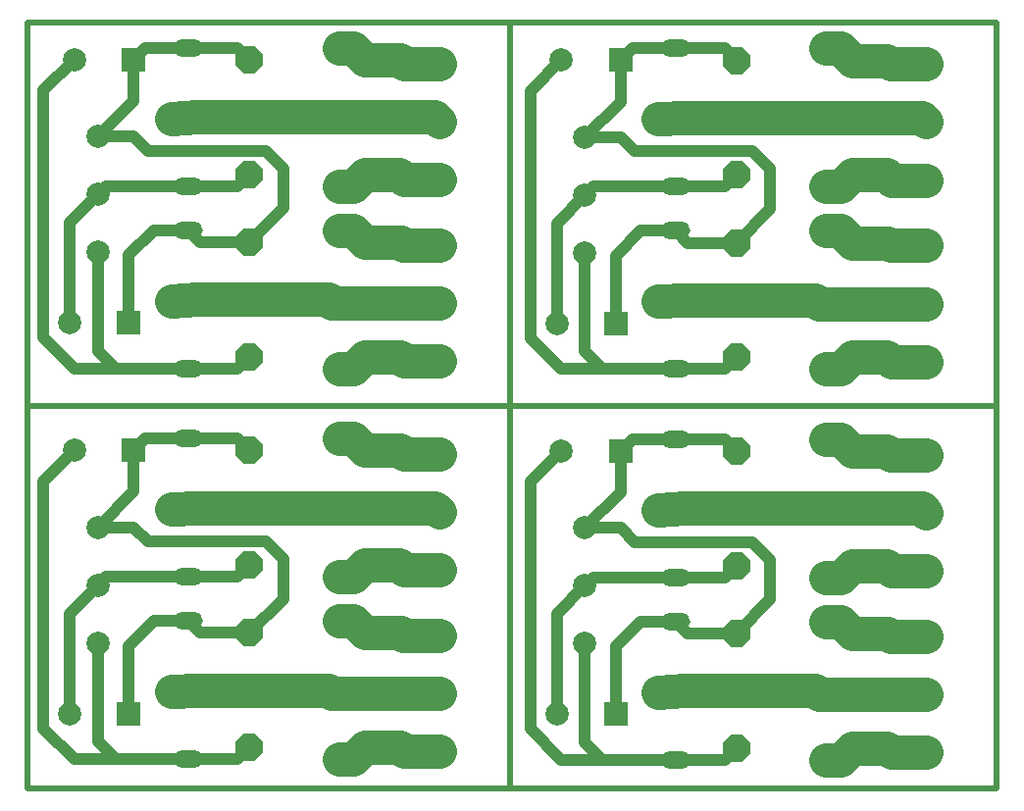
<source format=gbl>
G04 Layer_Physical_Order=2*
G04 Layer_Color=16711680*
%FSLAX43Y43*%
%MOMM*%
G71*
G01*
G75*
%ADD10C,0.500*%
%ADD11C,1.000*%
%ADD12C,3.000*%
%ADD13C,2.000*%
%ADD14O,2.500X1.524*%
%ADD15C,2.300*%
%ADD16P,2.490X8X292.5*%
%ADD17R,2.000X2.000*%
D10*
X0Y33020D02*
X41656D01*
X83693D01*
X41656Y0D02*
Y66167D01*
X0Y0D02*
Y66167D01*
Y0D02*
X83693D01*
Y66167D01*
X0D02*
X83693D01*
X25984Y42241D02*
X26282Y41943D01*
X32182Y37291D02*
X32530Y36943D01*
X32182Y62939D02*
X32510Y62611D01*
X74219Y62892D02*
X74547Y62564D01*
X74219Y37244D02*
X74567Y36896D01*
X68021Y42194D02*
X68319Y41896D01*
X68021Y8459D02*
X68319Y8161D01*
X74219Y3509D02*
X74567Y3161D01*
X74219Y29157D02*
X74547Y28829D01*
X32182Y29204D02*
X32510Y28876D01*
X32182Y3556D02*
X32530Y3208D01*
X25984Y8506D02*
X26282Y8208D01*
D11*
X10183Y63961D02*
X13922D01*
X6811Y52023D02*
X13922D01*
X20574Y55071D02*
X22098Y53547D01*
X10414Y55071D02*
X20574D01*
X9177Y56308D02*
X10414Y55071D01*
X14944Y47191D02*
X19177D01*
X13922Y48213D02*
X14944Y47191D01*
X4064Y36275D02*
X7620D01*
X1397Y38942D02*
X4064Y36275D01*
X1397Y38942D02*
Y60278D01*
X4064Y62945D01*
X10922Y48213D02*
X13922D01*
X8763Y46054D02*
X10922Y48213D01*
X8763Y40212D02*
Y46054D01*
X19177Y47191D02*
X22098Y50112D01*
Y53547D01*
X6096Y56308D02*
X9177D01*
X6096D02*
X9167Y59379D01*
Y62945D01*
X10183Y63961D01*
X13922D02*
X18155D01*
X19177Y62939D01*
X13922Y36275D02*
X18161D01*
X19177Y37291D01*
X3660Y40212D02*
Y48872D01*
X6096Y51308D01*
X6811Y52023D01*
X13922D02*
X18161D01*
X19177Y53039D01*
X6096Y37799D02*
Y46308D01*
Y37799D02*
X7620Y36275D01*
X13922D01*
X49657Y36228D02*
X55959D01*
X48133Y37752D02*
X49657Y36228D01*
X48133Y37752D02*
Y46261D01*
X60198Y51976D02*
X61214Y52992D01*
X55959Y51976D02*
X60198D01*
X48133Y51261D02*
X48848Y51976D01*
X45697Y48825D02*
X48133Y51261D01*
X45697Y40165D02*
Y48825D01*
X60198Y36228D02*
X61214Y37244D01*
X55959Y36228D02*
X60198D01*
X60192Y63914D02*
X61214Y62892D01*
X55959Y63914D02*
X60192D01*
X51204Y62898D02*
X52220Y63914D01*
X51204Y59332D02*
Y62898D01*
X48133Y56261D02*
X51204Y59332D01*
X48133Y56261D02*
X51214D01*
X64135Y50065D02*
Y53500D01*
X61214Y47144D02*
X64135Y50065D01*
X50800Y40165D02*
Y46007D01*
X52959Y48166D01*
X55959D01*
X43434Y60231D02*
X46101Y62898D01*
X43434Y38895D02*
Y60231D01*
Y38895D02*
X46101Y36228D01*
X49657D01*
X55959Y48166D02*
X56981Y47144D01*
X61214D01*
X51214Y56261D02*
X52451Y55024D01*
X62611D01*
X64135Y53500D01*
X48848Y51976D02*
X55959D01*
X52220Y63914D02*
X55959D01*
X52220Y30179D02*
X55959D01*
X48848Y18241D02*
X55959D01*
X62611Y21289D02*
X64135Y19765D01*
X52451Y21289D02*
X62611D01*
X51214Y22526D02*
X52451Y21289D01*
X56981Y13409D02*
X61214D01*
X55959Y14431D02*
X56981Y13409D01*
X46101Y2493D02*
X49657D01*
X43434Y5160D02*
X46101Y2493D01*
X43434Y5160D02*
Y26496D01*
X46101Y29163D01*
X52959Y14431D02*
X55959D01*
X50800Y12272D02*
X52959Y14431D01*
X50800Y6430D02*
Y12272D01*
X61214Y13409D02*
X64135Y16330D01*
Y19765D01*
X48133Y22526D02*
X51214D01*
X48133D02*
X51204Y25597D01*
Y29163D01*
X52220Y30179D01*
X55959D02*
X60192D01*
X61214Y29157D01*
X55959Y2493D02*
X60198D01*
X61214Y3509D01*
X45697Y6430D02*
Y15090D01*
X48133Y17526D01*
X48848Y18241D01*
X55959D02*
X60198D01*
X61214Y19257D01*
X48133Y4017D02*
Y12526D01*
Y4017D02*
X49657Y2493D01*
X55959D01*
X7620Y2540D02*
X13922D01*
X6096Y4064D02*
X7620Y2540D01*
X6096Y4064D02*
Y12573D01*
X18161Y18288D02*
X19177Y19304D01*
X13922Y18288D02*
X18161D01*
X6096Y17573D02*
X6811Y18288D01*
X3660Y15137D02*
X6096Y17573D01*
X3660Y6477D02*
Y15137D01*
X18161Y2540D02*
X19177Y3556D01*
X13922Y2540D02*
X18161D01*
X18155Y30226D02*
X19177Y29204D01*
X13922Y30226D02*
X18155D01*
X9167Y29210D02*
X10183Y30226D01*
X9167Y25644D02*
Y29210D01*
X6096Y22573D02*
X9167Y25644D01*
X6096Y22573D02*
X9177D01*
X22098Y16377D02*
Y19812D01*
X19177Y13456D02*
X22098Y16377D01*
X8763Y6477D02*
Y12319D01*
X10922Y14478D01*
X13922D01*
X1397Y26543D02*
X4064Y29210D01*
X1397Y5207D02*
Y26543D01*
Y5207D02*
X4064Y2540D01*
X7620D01*
X13922Y14478D02*
X14944Y13456D01*
X19177D01*
X9177Y22573D02*
X10414Y21336D01*
X20574D01*
X22098Y19812D01*
X6811Y18288D02*
X13922D01*
X10183Y30226D02*
X13922D01*
D12*
X14704Y57989D02*
X16727D01*
X35182D01*
X35560Y57611D01*
X14704Y42241D02*
X16727D01*
X12446Y42117D02*
X14704Y42241D01*
X26924Y48213D02*
X28155D01*
X29177Y47191D01*
X26924Y36275D02*
X28161D01*
X29177Y37291D01*
X12446Y57865D02*
X14704Y57989D01*
X26924Y63961D02*
X28155D01*
X29177Y62939D01*
X26924Y52023D02*
X28161D01*
X29177Y53039D01*
X26282Y41943D02*
X35560D01*
X16727Y42241D02*
X25984D01*
X32481Y46943D02*
X35560D01*
X32233Y47191D02*
X32481Y46943D01*
X29177Y47191D02*
X32233D01*
X32530Y36943D02*
X35560D01*
X29177Y37291D02*
X32182D01*
X32510Y62611D02*
X35560D01*
X29177Y62939D02*
X32182D01*
X32559Y52611D02*
X35560D01*
X32131Y53039D02*
X32559Y52611D01*
X29177Y53039D02*
X32131D01*
X71214Y52992D02*
X74168D01*
X74596Y52564D01*
X77597D01*
X71214Y62892D02*
X74219D01*
X74547Y62564D02*
X77597D01*
X71214Y37244D02*
X74219D01*
X74567Y36896D02*
X77597D01*
X71214Y47144D02*
X74270D01*
X74518Y46896D01*
X77597D01*
X58764Y42194D02*
X68021D01*
X68319Y41896D02*
X77597D01*
X70198Y51976D02*
X71214Y52992D01*
X68961Y51976D02*
X70198D01*
X70192Y63914D02*
X71214Y62892D01*
X68961Y63914D02*
X70192D01*
X54483Y57818D02*
X56741Y57942D01*
X70198Y36228D02*
X71214Y37244D01*
X68961Y36228D02*
X70198D01*
X70192Y48166D02*
X71214Y47144D01*
X68961Y48166D02*
X70192D01*
X54483Y42070D02*
X56741Y42194D01*
X58764D01*
X77219Y57942D02*
X77597Y57564D01*
X58764Y57942D02*
X77219D01*
X56741D02*
X58764D01*
X56741Y24207D02*
X58764D01*
X77219D01*
X77597Y23829D01*
X56741Y8459D02*
X58764D01*
X54483Y8335D02*
X56741Y8459D01*
X68961Y14431D02*
X70192D01*
X71214Y13409D01*
X68961Y2493D02*
X70198D01*
X71214Y3509D01*
X54483Y24083D02*
X56741Y24207D01*
X68961Y30179D02*
X70192D01*
X71214Y29157D01*
X68961Y18241D02*
X70198D01*
X71214Y19257D01*
X68319Y8161D02*
X77597D01*
X58764Y8459D02*
X68021D01*
X74518Y13161D02*
X77597D01*
X74270Y13409D02*
X74518Y13161D01*
X71214Y13409D02*
X74270D01*
X74567Y3161D02*
X77597D01*
X71214Y3509D02*
X74219D01*
X74547Y28829D02*
X77597D01*
X71214Y29157D02*
X74219D01*
X74596Y18829D02*
X77597D01*
X74168Y19257D02*
X74596Y18829D01*
X71214Y19257D02*
X74168D01*
X29177Y19304D02*
X32131D01*
X32559Y18876D01*
X35560D01*
X29177Y29204D02*
X32182D01*
X32510Y28876D02*
X35560D01*
X29177Y3556D02*
X32182D01*
X32530Y3208D02*
X35560D01*
X29177Y13456D02*
X32233D01*
X32481Y13208D01*
X35560D01*
X16727Y8506D02*
X25984D01*
X26282Y8208D02*
X35560D01*
X28161Y18288D02*
X29177Y19304D01*
X26924Y18288D02*
X28161D01*
X28155Y30226D02*
X29177Y29204D01*
X26924Y30226D02*
X28155D01*
X12446Y24130D02*
X14704Y24254D01*
X28161Y2540D02*
X29177Y3556D01*
X26924Y2540D02*
X28161D01*
X28155Y14478D02*
X29177Y13456D01*
X26924Y14478D02*
X28155D01*
X12446Y8382D02*
X14704Y8506D01*
X16727D01*
X35182Y24254D02*
X35560Y23876D01*
X16727Y24254D02*
X35182D01*
X14704D02*
X16727D01*
D13*
X35560Y62611D02*
D03*
Y52611D02*
D03*
Y57611D02*
D03*
Y46943D02*
D03*
Y36943D02*
D03*
Y41943D02*
D03*
X6096Y46308D02*
D03*
Y56308D02*
D03*
Y51308D02*
D03*
X3660Y40212D02*
D03*
X4064Y62945D02*
D03*
X46101Y62898D02*
D03*
X45697Y40165D02*
D03*
X48133Y46261D02*
D03*
Y56261D02*
D03*
Y51261D02*
D03*
X77597Y46896D02*
D03*
Y36896D02*
D03*
Y41896D02*
D03*
Y62564D02*
D03*
Y52564D02*
D03*
Y57564D02*
D03*
Y28829D02*
D03*
Y18829D02*
D03*
Y23829D02*
D03*
Y13161D02*
D03*
Y3161D02*
D03*
Y8161D02*
D03*
X48133Y12526D02*
D03*
Y22526D02*
D03*
Y17526D02*
D03*
X45697Y6430D02*
D03*
X46101Y29163D02*
D03*
X3660Y6477D02*
D03*
X6096Y12573D02*
D03*
Y22573D02*
D03*
Y17573D02*
D03*
X4064Y29210D02*
D03*
X35560Y28876D02*
D03*
Y18876D02*
D03*
Y23876D02*
D03*
Y13208D02*
D03*
Y3208D02*
D03*
Y8208D02*
D03*
D14*
X13922Y52023D02*
D03*
Y63961D02*
D03*
X26924D02*
D03*
X12446Y57865D02*
D03*
X26924Y52023D02*
D03*
X13922Y36275D02*
D03*
Y48213D02*
D03*
X26924D02*
D03*
X12446Y42117D02*
D03*
X26924Y36275D02*
D03*
X55959Y36228D02*
D03*
Y48166D02*
D03*
X68961D02*
D03*
X54483Y42070D02*
D03*
X68961Y36228D02*
D03*
X55959Y51976D02*
D03*
Y63914D02*
D03*
X68961D02*
D03*
X54483Y57818D02*
D03*
X68961Y51976D02*
D03*
X55959Y18241D02*
D03*
Y30179D02*
D03*
X68961D02*
D03*
X54483Y24083D02*
D03*
X68961Y18241D02*
D03*
X55959Y2493D02*
D03*
Y14431D02*
D03*
X68961D02*
D03*
X54483Y8335D02*
D03*
X68961Y2493D02*
D03*
X13922Y18288D02*
D03*
Y30226D02*
D03*
X26924D02*
D03*
X12446Y24130D02*
D03*
X26924Y18288D02*
D03*
X13922Y2540D02*
D03*
Y14478D02*
D03*
X26924D02*
D03*
X12446Y8382D02*
D03*
X26924Y2540D02*
D03*
D15*
X16727Y57989D02*
D03*
X29177Y53039D02*
D03*
Y62939D02*
D03*
X16727Y42241D02*
D03*
X29177Y37291D02*
D03*
Y47191D02*
D03*
X58764Y42194D02*
D03*
X71214Y37244D02*
D03*
Y47144D02*
D03*
X58764Y57942D02*
D03*
X71214Y52992D02*
D03*
Y62892D02*
D03*
X58764Y24207D02*
D03*
X71214Y19257D02*
D03*
Y29157D02*
D03*
X58764Y8459D02*
D03*
X71214Y3509D02*
D03*
Y13409D02*
D03*
X16727Y24254D02*
D03*
X29177Y19304D02*
D03*
Y29204D02*
D03*
X16727Y8506D02*
D03*
X29177Y3556D02*
D03*
Y13456D02*
D03*
D16*
X19177Y53039D02*
D03*
Y62939D02*
D03*
Y37291D02*
D03*
Y47191D02*
D03*
X61214Y37244D02*
D03*
Y47144D02*
D03*
Y52992D02*
D03*
Y62892D02*
D03*
Y19257D02*
D03*
Y29157D02*
D03*
Y3509D02*
D03*
Y13409D02*
D03*
X19177Y19304D02*
D03*
Y29204D02*
D03*
Y3556D02*
D03*
Y13456D02*
D03*
D17*
X8763Y40212D02*
D03*
X9167Y62945D02*
D03*
X51204Y62898D02*
D03*
X50800Y40165D02*
D03*
Y6430D02*
D03*
X51204Y29163D02*
D03*
X8763Y6477D02*
D03*
X9167Y29210D02*
D03*
M02*

</source>
